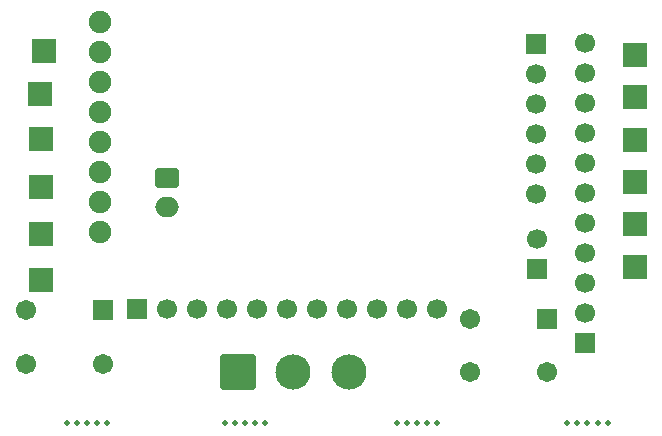
<source format=gbr>
%TF.GenerationSoftware,KiCad,Pcbnew,9.0.6*%
%TF.CreationDate,2025-11-30T21:08:30+05:30*%
%TF.ProjectId,Mini_Drone,4d696e69-5f44-4726-9f6e-652e6b696361,rev?*%
%TF.SameCoordinates,Original*%
%TF.FileFunction,Soldermask,Bot*%
%TF.FilePolarity,Negative*%
%FSLAX46Y46*%
G04 Gerber Fmt 4.6, Leading zero omitted, Abs format (unit mm)*
G04 Created by KiCad (PCBNEW 9.0.6) date 2025-11-30 21:08:30*
%MOMM*%
%LPD*%
G01*
G04 APERTURE LIST*
G04 Aperture macros list*
%AMRoundRect*
0 Rectangle with rounded corners*
0 $1 Rounding radius*
0 $2 $3 $4 $5 $6 $7 $8 $9 X,Y pos of 4 corners*
0 Add a 4 corners polygon primitive as box body*
4,1,4,$2,$3,$4,$5,$6,$7,$8,$9,$2,$3,0*
0 Add four circle primitives for the rounded corners*
1,1,$1+$1,$2,$3*
1,1,$1+$1,$4,$5*
1,1,$1+$1,$6,$7*
1,1,$1+$1,$8,$9*
0 Add four rect primitives between the rounded corners*
20,1,$1+$1,$2,$3,$4,$5,0*
20,1,$1+$1,$4,$5,$6,$7,0*
20,1,$1+$1,$6,$7,$8,$9,0*
20,1,$1+$1,$8,$9,$2,$3,0*%
G04 Aperture macros list end*
%ADD10R,2.000000X2.000000*%
%ADD11C,0.500000*%
%ADD12RoundRect,0.102000X0.754000X0.754000X-0.754000X0.754000X-0.754000X-0.754000X0.754000X-0.754000X0*%
%ADD13C,1.712000*%
%ADD14RoundRect,0.250000X-0.750000X0.600000X-0.750000X-0.600000X0.750000X-0.600000X0.750000X0.600000X0*%
%ADD15O,2.000000X1.700000*%
%ADD16RoundRect,0.102000X-1.387500X-1.387500X1.387500X-1.387500X1.387500X1.387500X-1.387500X1.387500X0*%
%ADD17C,2.979000*%
%ADD18R,1.700000X1.700000*%
%ADD19C,1.700000*%
%ADD20C,1.904000*%
G04 APERTURE END LIST*
D10*
%TO.C,TP18*%
X193880000Y-75750000D03*
%TD*%
%TO.C,TP27*%
X243890000Y-83278000D03*
%TD*%
D11*
%TO.C,REF\u002A\u002A*%
X209200000Y-107250000D03*
X210050000Y-107250000D03*
X210900000Y-107250000D03*
X211750000Y-107250000D03*
X212600000Y-107250000D03*
%TD*%
D10*
%TO.C,TP21*%
X243890000Y-86872000D03*
%TD*%
D11*
%TO.C,REF\u002A\u002A*%
X238200000Y-107250000D03*
X239050000Y-107250000D03*
X239900000Y-107250000D03*
X240750000Y-107250000D03*
X241600000Y-107250000D03*
%TD*%
D10*
%TO.C,TP25*%
X243890000Y-90466000D03*
%TD*%
D12*
%TO.C,S1*%
X236450000Y-98450000D03*
D13*
X229950000Y-98450000D03*
X236450000Y-102950000D03*
X229950000Y-102950000D03*
%TD*%
D10*
%TO.C,TP29*%
X243890000Y-94060000D03*
%TD*%
%TO.C,TP22*%
X193570000Y-79420000D03*
%TD*%
D14*
%TO.C,J3*%
X204300000Y-86500000D03*
D15*
X204300000Y-89000000D03*
%TD*%
D11*
%TO.C,REF\u002A\u002A*%
X223800000Y-107250000D03*
X224650000Y-107250000D03*
X225500000Y-107250000D03*
X226350000Y-107250000D03*
X227200000Y-107250000D03*
%TD*%
D16*
%TO.C,S2*%
X210300000Y-103000000D03*
D17*
X215000000Y-103000000D03*
X219700000Y-103000000D03*
%TD*%
D10*
%TO.C,TP23*%
X243890000Y-79684000D03*
%TD*%
%TO.C,TP28*%
X193650000Y-91264000D03*
%TD*%
%TO.C,TP24*%
X193650000Y-95190000D03*
%TD*%
D18*
%TO.C,J8*%
X201760000Y-97590000D03*
D19*
X204300000Y-97590000D03*
X206840000Y-97590000D03*
X209380000Y-97590000D03*
X211920000Y-97590000D03*
X214460000Y-97590000D03*
X217000000Y-97590000D03*
X219540000Y-97590000D03*
X222080000Y-97590000D03*
X224620000Y-97590000D03*
X227160000Y-97590000D03*
%TD*%
D10*
%TO.C,TP26*%
X193670000Y-83250000D03*
%TD*%
D18*
%TO.C,J7*%
X239650000Y-100470000D03*
D19*
X239650000Y-97930000D03*
X239650000Y-95390000D03*
X239650000Y-92850000D03*
X239650000Y-90310000D03*
X239650000Y-87770000D03*
X239650000Y-85230000D03*
X239650000Y-82690000D03*
X239650000Y-80150000D03*
X239650000Y-77610000D03*
X239650000Y-75070000D03*
%TD*%
D12*
%TO.C,S3*%
X198850000Y-97750000D03*
D13*
X192350000Y-97750000D03*
X198850000Y-102250000D03*
X192350000Y-102250000D03*
%TD*%
D18*
%TO.C,J1*%
X235590000Y-94200000D03*
D19*
X235590000Y-91660000D03*
%TD*%
D10*
%TO.C,TP20*%
X243890000Y-76090000D03*
%TD*%
D11*
%TO.C,REF\u002A\u002A*%
X195800000Y-107250000D03*
X196650000Y-107250000D03*
X197500000Y-107250000D03*
X198350000Y-107250000D03*
X199200000Y-107250000D03*
%TD*%
D10*
%TO.C,TP19*%
X193650000Y-87338000D03*
%TD*%
D18*
%TO.C,J4*%
X235500000Y-75150000D03*
D19*
X235500000Y-77690000D03*
X235500000Y-80230000D03*
X235500000Y-82770000D03*
X235500000Y-85310000D03*
X235500000Y-87850000D03*
%TD*%
D20*
%TO.C,U2*%
X198602500Y-75832500D03*
X198602500Y-88532500D03*
X198602500Y-73292500D03*
X198602500Y-85992500D03*
X198602500Y-83452500D03*
X198602500Y-91072500D03*
X198602500Y-78372500D03*
X198602500Y-80912500D03*
%TD*%
M02*

</source>
